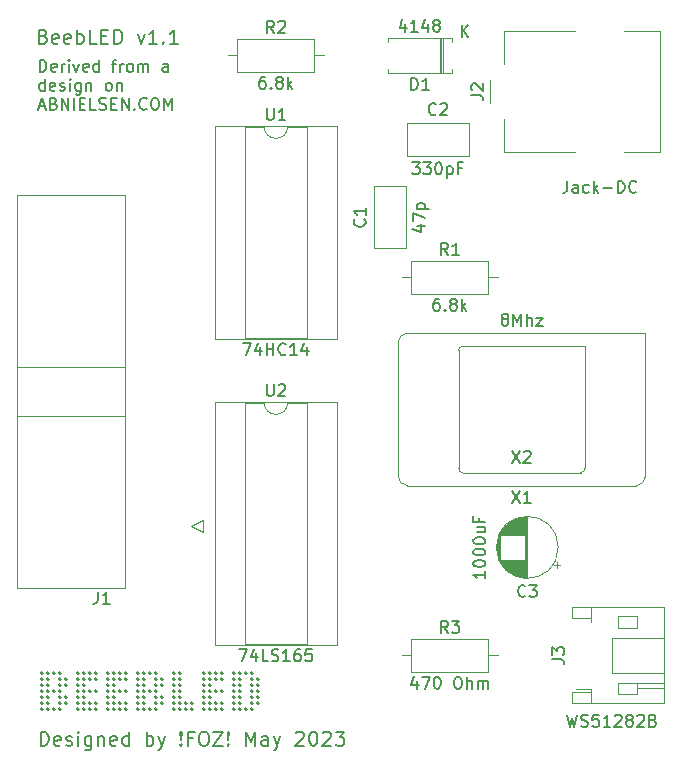
<source format=gbr>
%TF.GenerationSoftware,KiCad,Pcbnew,(6.0.4-0)*%
%TF.CreationDate,2023-05-07T08:38:51+01:00*%
%TF.ProjectId,BeebLED,42656562-4c45-4442-9e6b-696361645f70,rev?*%
%TF.SameCoordinates,Original*%
%TF.FileFunction,Legend,Top*%
%TF.FilePolarity,Positive*%
%FSLAX46Y46*%
G04 Gerber Fmt 4.6, Leading zero omitted, Abs format (unit mm)*
G04 Created by KiCad (PCBNEW (6.0.4-0)) date 2023-05-07 08:38:51*
%MOMM*%
%LPD*%
G01*
G04 APERTURE LIST*
%ADD10C,0.200001*%
%ADD11C,0.200000*%
%ADD12C,0.150000*%
%ADD13C,0.120000*%
%ADD14C,0.100000*%
G04 APERTURE END LIST*
D10*
X101700000Y-96520000D02*
G75*
G03*
X101700000Y-96520000I-100000J0D01*
G01*
X101700000Y-96012000D02*
G75*
G03*
X101700000Y-96012000I-100000J0D01*
G01*
X101192000Y-96012000D02*
G75*
G03*
X101192000Y-96012000I-100000J0D01*
G01*
X101700000Y-95504000D02*
G75*
G03*
X101700000Y-95504000I-100000J0D01*
G01*
X101192000Y-95504000D02*
G75*
G03*
X101192000Y-95504000I-100000J0D01*
G01*
X101700000Y-94996000D02*
G75*
G03*
X101700000Y-94996000I-100000J0D01*
G01*
X101192000Y-94996000D02*
G75*
G03*
X101192000Y-94996000I-100000J0D01*
G01*
X101700000Y-94488000D02*
G75*
G03*
X101700000Y-94488000I-100000J0D01*
G01*
X99667999Y-96012000D02*
G75*
G03*
X99667999Y-96012000I-100000J0D01*
G01*
X100176000Y-97028000D02*
G75*
G03*
X100176000Y-97028000I-100000J0D01*
G01*
X99668000Y-94488000D02*
G75*
G03*
X99668000Y-94488000I-100000J0D01*
G01*
X99668000Y-94996000D02*
G75*
G03*
X99668000Y-94996000I-100000J0D01*
G01*
X100684000Y-93980000D02*
G75*
G03*
X100684000Y-93980000I-100000J0D01*
G01*
X101192000Y-93980000D02*
G75*
G03*
X101192000Y-93980000I-100000J0D01*
G01*
X99667999Y-97028000D02*
G75*
G03*
X99667999Y-97028000I-100000J0D01*
G01*
X100176000Y-94488000D02*
G75*
G03*
X100176000Y-94488000I-100000J0D01*
G01*
X101192000Y-97028000D02*
G75*
G03*
X101192000Y-97028000I-100000J0D01*
G01*
X100176000Y-96012000D02*
G75*
G03*
X100176000Y-96012000I-100000J0D01*
G01*
X100176000Y-95504000D02*
G75*
G03*
X100176000Y-95504000I-100000J0D01*
G01*
X99667999Y-96520000D02*
G75*
G03*
X99667999Y-96520000I-100000J0D01*
G01*
X101192000Y-96520000D02*
G75*
G03*
X101192000Y-96520000I-100000J0D01*
G01*
X99668000Y-95504000D02*
G75*
G03*
X99668000Y-95504000I-100000J0D01*
G01*
X99668000Y-93980000D02*
G75*
G03*
X99668000Y-93980000I-100000J0D01*
G01*
X100176000Y-93980000D02*
G75*
G03*
X100176000Y-93980000I-100000J0D01*
G01*
X100176000Y-96520000D02*
G75*
G03*
X100176000Y-96520000I-100000J0D01*
G01*
X100684000Y-97028000D02*
G75*
G03*
X100684000Y-97028000I-100000J0D01*
G01*
X101192000Y-94488000D02*
G75*
G03*
X101192000Y-94488000I-100000J0D01*
G01*
X100176000Y-94996000D02*
G75*
G03*
X100176000Y-94996000I-100000J0D01*
G01*
X97127999Y-96012000D02*
G75*
G03*
X97127999Y-96012000I-100000J0D01*
G01*
X97636000Y-97028000D02*
G75*
G03*
X97636000Y-97028000I-100000J0D01*
G01*
X97128000Y-94488000D02*
G75*
G03*
X97128000Y-94488000I-100000J0D01*
G01*
X97128000Y-94996000D02*
G75*
G03*
X97128000Y-94996000I-100000J0D01*
G01*
X98144000Y-93980000D02*
G75*
G03*
X98144000Y-93980000I-100000J0D01*
G01*
X98652000Y-93980000D02*
G75*
G03*
X98652000Y-93980000I-100000J0D01*
G01*
X97127999Y-97028000D02*
G75*
G03*
X97127999Y-97028000I-100000J0D01*
G01*
X97636000Y-94488000D02*
G75*
G03*
X97636000Y-94488000I-100000J0D01*
G01*
X98144000Y-94488000D02*
G75*
G03*
X98144000Y-94488000I-100000J0D01*
G01*
X98144000Y-96520000D02*
G75*
G03*
X98144000Y-96520000I-100000J0D01*
G01*
X98652000Y-97028000D02*
G75*
G03*
X98652000Y-97028000I-100000J0D01*
G01*
X98652000Y-95504000D02*
G75*
G03*
X98652000Y-95504000I-100000J0D01*
G01*
X97636000Y-96012000D02*
G75*
G03*
X97636000Y-96012000I-100000J0D01*
G01*
X97636000Y-95504000D02*
G75*
G03*
X97636000Y-95504000I-100000J0D01*
G01*
X97127999Y-96520000D02*
G75*
G03*
X97127999Y-96520000I-100000J0D01*
G01*
X98652000Y-96520000D02*
G75*
G03*
X98652000Y-96520000I-100000J0D01*
G01*
X97128000Y-95504000D02*
G75*
G03*
X97128000Y-95504000I-100000J0D01*
G01*
X97128000Y-93980000D02*
G75*
G03*
X97128000Y-93980000I-100000J0D01*
G01*
X97636000Y-93980000D02*
G75*
G03*
X97636000Y-93980000I-100000J0D01*
G01*
X97636000Y-96520000D02*
G75*
G03*
X97636000Y-96520000I-100000J0D01*
G01*
X98144000Y-95504000D02*
G75*
G03*
X98144000Y-95504000I-100000J0D01*
G01*
X98144000Y-97028000D02*
G75*
G03*
X98144000Y-97028000I-100000J0D01*
G01*
X98652000Y-94488000D02*
G75*
G03*
X98652000Y-94488000I-100000J0D01*
G01*
X97636000Y-94996000D02*
G75*
G03*
X97636000Y-94996000I-100000J0D01*
G01*
X94587999Y-96012000D02*
G75*
G03*
X94587999Y-96012000I-100000J0D01*
G01*
X95096000Y-97028000D02*
G75*
G03*
X95096000Y-97028000I-100000J0D01*
G01*
X94588000Y-94488000D02*
G75*
G03*
X94588000Y-94488000I-100000J0D01*
G01*
X94588000Y-94996000D02*
G75*
G03*
X94588000Y-94996000I-100000J0D01*
G01*
X94587999Y-97028000D02*
G75*
G03*
X94587999Y-97028000I-100000J0D01*
G01*
X95096000Y-94488000D02*
G75*
G03*
X95096000Y-94488000I-100000J0D01*
G01*
X95604000Y-96520000D02*
G75*
G03*
X95604000Y-96520000I-100000J0D01*
G01*
X96112000Y-97028000D02*
G75*
G03*
X96112000Y-97028000I-100000J0D01*
G01*
X95096000Y-96012000D02*
G75*
G03*
X95096000Y-96012000I-100000J0D01*
G01*
X95096000Y-95504000D02*
G75*
G03*
X95096000Y-95504000I-100000J0D01*
G01*
X94587999Y-96520000D02*
G75*
G03*
X94587999Y-96520000I-100000J0D01*
G01*
X96112000Y-96520000D02*
G75*
G03*
X96112000Y-96520000I-100000J0D01*
G01*
X94588000Y-95504000D02*
G75*
G03*
X94588000Y-95504000I-100000J0D01*
G01*
X94588000Y-93980000D02*
G75*
G03*
X94588000Y-93980000I-100000J0D01*
G01*
X95096000Y-93980000D02*
G75*
G03*
X95096000Y-93980000I-100000J0D01*
G01*
X95096000Y-96520000D02*
G75*
G03*
X95096000Y-96520000I-100000J0D01*
G01*
X95604000Y-97028000D02*
G75*
G03*
X95604000Y-97028000I-100000J0D01*
G01*
X95096000Y-94996000D02*
G75*
G03*
X95096000Y-94996000I-100000J0D01*
G01*
X88999999Y-96012000D02*
G75*
G03*
X88999999Y-96012000I-100000J0D01*
G01*
X89508000Y-97028000D02*
G75*
G03*
X89508000Y-97028000I-100000J0D01*
G01*
X89000000Y-94488000D02*
G75*
G03*
X89000000Y-94488000I-100000J0D01*
G01*
X89000000Y-94996000D02*
G75*
G03*
X89000000Y-94996000I-100000J0D01*
G01*
X90016000Y-93980000D02*
G75*
G03*
X90016000Y-93980000I-100000J0D01*
G01*
X90524000Y-93980000D02*
G75*
G03*
X90524000Y-93980000I-100000J0D01*
G01*
X88999999Y-97028000D02*
G75*
G03*
X88999999Y-97028000I-100000J0D01*
G01*
X89508000Y-94488000D02*
G75*
G03*
X89508000Y-94488000I-100000J0D01*
G01*
X90016000Y-94488000D02*
G75*
G03*
X90016000Y-94488000I-100000J0D01*
G01*
X90016000Y-96520000D02*
G75*
G03*
X90016000Y-96520000I-100000J0D01*
G01*
X90524000Y-97028000D02*
G75*
G03*
X90524000Y-97028000I-100000J0D01*
G01*
X90524000Y-95504000D02*
G75*
G03*
X90524000Y-95504000I-100000J0D01*
G01*
X89508000Y-96012000D02*
G75*
G03*
X89508000Y-96012000I-100000J0D01*
G01*
X89508000Y-95504000D02*
G75*
G03*
X89508000Y-95504000I-100000J0D01*
G01*
X88999999Y-96520000D02*
G75*
G03*
X88999999Y-96520000I-100000J0D01*
G01*
X90524000Y-96520000D02*
G75*
G03*
X90524000Y-96520000I-100000J0D01*
G01*
X89000000Y-95504000D02*
G75*
G03*
X89000000Y-95504000I-100000J0D01*
G01*
X89000000Y-93980000D02*
G75*
G03*
X89000000Y-93980000I-100000J0D01*
G01*
X89508000Y-93980000D02*
G75*
G03*
X89508000Y-93980000I-100000J0D01*
G01*
X89508000Y-96520000D02*
G75*
G03*
X89508000Y-96520000I-100000J0D01*
G01*
X90016000Y-95504000D02*
G75*
G03*
X90016000Y-95504000I-100000J0D01*
G01*
X90016000Y-97028000D02*
G75*
G03*
X90016000Y-97028000I-100000J0D01*
G01*
X90524000Y-94488000D02*
G75*
G03*
X90524000Y-94488000I-100000J0D01*
G01*
X89508000Y-94996000D02*
G75*
G03*
X89508000Y-94996000I-100000J0D01*
G01*
X92556000Y-97028000D02*
G75*
G03*
X92556000Y-97028000I-100000J0D01*
G01*
X93063999Y-97028000D02*
G75*
G03*
X93063999Y-97028000I-100000J0D01*
G01*
X93572000Y-96520000D02*
G75*
G03*
X93572000Y-96520000I-100000J0D01*
G01*
X93063999Y-96520000D02*
G75*
G03*
X93063999Y-96520000I-100000J0D01*
G01*
X93572000Y-96012000D02*
G75*
G03*
X93572000Y-96012000I-100000J0D01*
G01*
X93063999Y-96012000D02*
G75*
G03*
X93063999Y-96012000I-100000J0D01*
G01*
X92556000Y-95504000D02*
G75*
G03*
X92556000Y-95504000I-100000J0D01*
G01*
X93064000Y-95504000D02*
G75*
G03*
X93064000Y-95504000I-100000J0D01*
G01*
X93064000Y-94996000D02*
G75*
G03*
X93064000Y-94996000I-100000J0D01*
G01*
X93572000Y-94996000D02*
G75*
G03*
X93572000Y-94996000I-100000J0D01*
G01*
X93572000Y-94488000D02*
G75*
G03*
X93572000Y-94488000I-100000J0D01*
G01*
X93064000Y-94488000D02*
G75*
G03*
X93064000Y-94488000I-100000J0D01*
G01*
X93064000Y-93980000D02*
G75*
G03*
X93064000Y-93980000I-100000J0D01*
G01*
X92556000Y-93980000D02*
G75*
G03*
X92556000Y-93980000I-100000J0D01*
G01*
X92048000Y-97028000D02*
G75*
G03*
X92048000Y-97028000I-100000J0D01*
G01*
X92048000Y-96520000D02*
G75*
G03*
X92048000Y-96520000I-100000J0D01*
G01*
X92048000Y-96012000D02*
G75*
G03*
X92048000Y-96012000I-100000J0D01*
G01*
X92048001Y-95504000D02*
G75*
G03*
X92048001Y-95504000I-100000J0D01*
G01*
X92048000Y-94996000D02*
G75*
G03*
X92048000Y-94996000I-100000J0D01*
G01*
X92048000Y-94488000D02*
G75*
G03*
X92048000Y-94488000I-100000J0D01*
G01*
X91540001Y-94488000D02*
G75*
G03*
X91540001Y-94488000I-100000J0D01*
G01*
X92048000Y-93980000D02*
G75*
G03*
X92048000Y-93980000I-100000J0D01*
G01*
X91540000Y-97028000D02*
G75*
G03*
X91540000Y-97028000I-100000J0D01*
G01*
X91540000Y-96520000D02*
G75*
G03*
X91540000Y-96520000I-100000J0D01*
G01*
X91540000Y-96012000D02*
G75*
G03*
X91540000Y-96012000I-100000J0D01*
G01*
X91540000Y-95504000D02*
G75*
G03*
X91540000Y-95504000I-100000J0D01*
G01*
X91540000Y-94996000D02*
G75*
G03*
X91540000Y-94996000I-100000J0D01*
G01*
X91540000Y-94488000D02*
G75*
G03*
X91540000Y-94488000I-100000J0D01*
G01*
X91540000Y-93980000D02*
G75*
G03*
X91540000Y-93980000I-100000J0D01*
G01*
X87984000Y-97028000D02*
G75*
G03*
X87984000Y-97028000I-100000J0D01*
G01*
X87984000Y-96520000D02*
G75*
G03*
X87984000Y-96520000I-100000J0D01*
G01*
X87476000Y-97028000D02*
G75*
G03*
X87476000Y-97028000I-100000J0D01*
G01*
X87476000Y-96520000D02*
G75*
G03*
X87476000Y-96520000I-100000J0D01*
G01*
X87984000Y-95504000D02*
G75*
G03*
X87984000Y-95504000I-100000J0D01*
G01*
X87984000Y-94488000D02*
G75*
G03*
X87984000Y-94488000I-100000J0D01*
G01*
X87476000Y-95504000D02*
G75*
G03*
X87476000Y-95504000I-100000J0D01*
G01*
X87476000Y-94488000D02*
G75*
G03*
X87476000Y-94488000I-100000J0D01*
G01*
X87984000Y-93980000D02*
G75*
G03*
X87984000Y-93980000I-100000J0D01*
G01*
X87476000Y-93980000D02*
G75*
G03*
X87476000Y-93980000I-100000J0D01*
G01*
X86968000Y-97028000D02*
G75*
G03*
X86968000Y-97028000I-100000J0D01*
G01*
X86968000Y-96520000D02*
G75*
G03*
X86968000Y-96520000I-100000J0D01*
G01*
X86968000Y-96012000D02*
G75*
G03*
X86968000Y-96012000I-100000J0D01*
G01*
X86968000Y-95504000D02*
G75*
G03*
X86968000Y-95504000I-100000J0D01*
G01*
X86968000Y-94996000D02*
G75*
G03*
X86968000Y-94996000I-100000J0D01*
G01*
X86968000Y-94488000D02*
G75*
G03*
X86968000Y-94488000I-100000J0D01*
G01*
X86968000Y-93980000D02*
G75*
G03*
X86968000Y-93980000I-100000J0D01*
G01*
X86459999Y-97028000D02*
G75*
G03*
X86459999Y-97028000I-100000J0D01*
G01*
X86459999Y-96520000D02*
G75*
G03*
X86459999Y-96520000I-100000J0D01*
G01*
X86459999Y-96012000D02*
G75*
G03*
X86459999Y-96012000I-100000J0D01*
G01*
X86460000Y-95504000D02*
G75*
G03*
X86460000Y-95504000I-100000J0D01*
G01*
X86460000Y-94488000D02*
G75*
G03*
X86460000Y-94488000I-100000J0D01*
G01*
X86460000Y-94996000D02*
G75*
G03*
X86460000Y-94996000I-100000J0D01*
G01*
X86460000Y-93980000D02*
G75*
G03*
X86460000Y-93980000I-100000J0D01*
G01*
X85444000Y-96520000D02*
G75*
G03*
X85444000Y-96520000I-100000J0D01*
G01*
X85444000Y-96012000D02*
G75*
G03*
X85444000Y-96012000I-100000J0D01*
G01*
X85443999Y-94996000D02*
G75*
G03*
X85443999Y-94996000I-100000J0D01*
G01*
X85444000Y-94488000D02*
G75*
G03*
X85444000Y-94488000I-100000J0D01*
G01*
X84936000Y-95504000D02*
G75*
G03*
X84936000Y-95504000I-100000J0D01*
G01*
X84936000Y-96520000D02*
G75*
G03*
X84936000Y-96520000I-100000J0D01*
G01*
X84936000Y-97027999D02*
G75*
G03*
X84936000Y-97027999I-100000J0D01*
G01*
X84936000Y-94996001D02*
G75*
G03*
X84936000Y-94996001I-100000J0D01*
G01*
X84936000Y-96012000D02*
G75*
G03*
X84936000Y-96012000I-100000J0D01*
G01*
X84936000Y-94996000D02*
G75*
G03*
X84936000Y-94996000I-100000J0D01*
G01*
X84936000Y-94488000D02*
G75*
G03*
X84936000Y-94488000I-100000J0D01*
G01*
X84936000Y-93980000D02*
G75*
G03*
X84936000Y-93980000I-100000J0D01*
G01*
X84428000Y-95504000D02*
G75*
G03*
X84428000Y-95504000I-100000J0D01*
G01*
X84936000Y-97028000D02*
G75*
G03*
X84936000Y-97028000I-100000J0D01*
G01*
X84428000Y-97028000D02*
G75*
G03*
X84428000Y-97028000I-100000J0D01*
G01*
X83920001Y-97028000D02*
G75*
G03*
X83920001Y-97028000I-100000J0D01*
G01*
X83920000Y-96520000D02*
G75*
G03*
X83920000Y-96520000I-100000J0D01*
G01*
X83920000Y-96012000D02*
G75*
G03*
X83920000Y-96012000I-100000J0D01*
G01*
X83920000Y-95504000D02*
G75*
G03*
X83920000Y-95504000I-100000J0D01*
G01*
X83920000Y-94996000D02*
G75*
G03*
X83920000Y-94996000I-100000J0D01*
G01*
X83920000Y-94488000D02*
G75*
G03*
X83920000Y-94488000I-100000J0D01*
G01*
X84428000Y-93980000D02*
G75*
G03*
X84428000Y-93980000I-100000J0D01*
G01*
X83920000Y-93980000D02*
G75*
G03*
X83920000Y-93980000I-100000J0D01*
G01*
X83412000Y-97028000D02*
G75*
G03*
X83412000Y-97028000I-100000J0D01*
G01*
X83412000Y-96520000D02*
G75*
G03*
X83412000Y-96520000I-100000J0D01*
G01*
X83412000Y-96012000D02*
G75*
G03*
X83412000Y-96012000I-100000J0D01*
G01*
X83412000Y-95504000D02*
G75*
G03*
X83412000Y-95504000I-100000J0D01*
G01*
X83412000Y-94996000D02*
G75*
G03*
X83412000Y-94996000I-100000J0D01*
G01*
X83412001Y-94488000D02*
G75*
G03*
X83412001Y-94488000I-100000J0D01*
G01*
X83412000Y-93980000D02*
G75*
G03*
X83412000Y-93980000I-100000J0D01*
G01*
D11*
X83219714Y-100110857D02*
X83219714Y-98910857D01*
X83505428Y-98910857D01*
X83676857Y-98968000D01*
X83791142Y-99082285D01*
X83848285Y-99196571D01*
X83905428Y-99425142D01*
X83905428Y-99596571D01*
X83848285Y-99825142D01*
X83791142Y-99939428D01*
X83676857Y-100053714D01*
X83505428Y-100110857D01*
X83219714Y-100110857D01*
X84876857Y-100053714D02*
X84762571Y-100110857D01*
X84534000Y-100110857D01*
X84419714Y-100053714D01*
X84362571Y-99939428D01*
X84362571Y-99482285D01*
X84419714Y-99368000D01*
X84534000Y-99310857D01*
X84762571Y-99310857D01*
X84876857Y-99368000D01*
X84934000Y-99482285D01*
X84934000Y-99596571D01*
X84362571Y-99710857D01*
X85391142Y-100053714D02*
X85505428Y-100110857D01*
X85734000Y-100110857D01*
X85848285Y-100053714D01*
X85905428Y-99939428D01*
X85905428Y-99882285D01*
X85848285Y-99768000D01*
X85734000Y-99710857D01*
X85562571Y-99710857D01*
X85448285Y-99653714D01*
X85391142Y-99539428D01*
X85391142Y-99482285D01*
X85448285Y-99368000D01*
X85562571Y-99310857D01*
X85734000Y-99310857D01*
X85848285Y-99368000D01*
X86419714Y-100110857D02*
X86419714Y-99310857D01*
X86419714Y-98910857D02*
X86362571Y-98968000D01*
X86419714Y-99025142D01*
X86476857Y-98968000D01*
X86419714Y-98910857D01*
X86419714Y-99025142D01*
X87505428Y-99310857D02*
X87505428Y-100282285D01*
X87448285Y-100396571D01*
X87391142Y-100453714D01*
X87276857Y-100510857D01*
X87105428Y-100510857D01*
X86991142Y-100453714D01*
X87505428Y-100053714D02*
X87391142Y-100110857D01*
X87162571Y-100110857D01*
X87048285Y-100053714D01*
X86991142Y-99996571D01*
X86934000Y-99882285D01*
X86934000Y-99539428D01*
X86991142Y-99425142D01*
X87048285Y-99368000D01*
X87162571Y-99310857D01*
X87391142Y-99310857D01*
X87505428Y-99368000D01*
X88076857Y-99310857D02*
X88076857Y-100110857D01*
X88076857Y-99425142D02*
X88134000Y-99368000D01*
X88248285Y-99310857D01*
X88419714Y-99310857D01*
X88534000Y-99368000D01*
X88591142Y-99482285D01*
X88591142Y-100110857D01*
X89619714Y-100053714D02*
X89505428Y-100110857D01*
X89276857Y-100110857D01*
X89162571Y-100053714D01*
X89105428Y-99939428D01*
X89105428Y-99482285D01*
X89162571Y-99368000D01*
X89276857Y-99310857D01*
X89505428Y-99310857D01*
X89619714Y-99368000D01*
X89676857Y-99482285D01*
X89676857Y-99596571D01*
X89105428Y-99710857D01*
X90705428Y-100110857D02*
X90705428Y-98910857D01*
X90705428Y-100053714D02*
X90591142Y-100110857D01*
X90362571Y-100110857D01*
X90248285Y-100053714D01*
X90191142Y-99996571D01*
X90134000Y-99882285D01*
X90134000Y-99539428D01*
X90191142Y-99425142D01*
X90248285Y-99368000D01*
X90362571Y-99310857D01*
X90591142Y-99310857D01*
X90705428Y-99368000D01*
X92191142Y-100110857D02*
X92191142Y-98910857D01*
X92191142Y-99368000D02*
X92305428Y-99310857D01*
X92534000Y-99310857D01*
X92648285Y-99368000D01*
X92705428Y-99425142D01*
X92762571Y-99539428D01*
X92762571Y-99882285D01*
X92705428Y-99996571D01*
X92648285Y-100053714D01*
X92534000Y-100110857D01*
X92305428Y-100110857D01*
X92191142Y-100053714D01*
X93162571Y-99310857D02*
X93448285Y-100110857D01*
X93734000Y-99310857D02*
X93448285Y-100110857D01*
X93334000Y-100396571D01*
X93276857Y-100453714D01*
X93162571Y-100510857D01*
X95105428Y-99996571D02*
X95162571Y-100053714D01*
X95105428Y-100110857D01*
X95048285Y-100053714D01*
X95105428Y-99996571D01*
X95105428Y-100110857D01*
X95105428Y-99653714D02*
X95048285Y-98968000D01*
X95105428Y-98910857D01*
X95162571Y-98968000D01*
X95105428Y-99653714D01*
X95105428Y-98910857D01*
X96076857Y-99482285D02*
X95676857Y-99482285D01*
X95676857Y-100110857D02*
X95676857Y-98910857D01*
X96248285Y-98910857D01*
X96934000Y-98910857D02*
X97162571Y-98910857D01*
X97276857Y-98968000D01*
X97391142Y-99082285D01*
X97448285Y-99310857D01*
X97448285Y-99710857D01*
X97391142Y-99939428D01*
X97276857Y-100053714D01*
X97162571Y-100110857D01*
X96934000Y-100110857D01*
X96819714Y-100053714D01*
X96705428Y-99939428D01*
X96648285Y-99710857D01*
X96648285Y-99310857D01*
X96705428Y-99082285D01*
X96819714Y-98968000D01*
X96934000Y-98910857D01*
X97848285Y-98910857D02*
X98648285Y-98910857D01*
X97848285Y-100110857D01*
X98648285Y-100110857D01*
X99105428Y-99996571D02*
X99162571Y-100053714D01*
X99105428Y-100110857D01*
X99048285Y-100053714D01*
X99105428Y-99996571D01*
X99105428Y-100110857D01*
X99105428Y-99653714D02*
X99048285Y-98968000D01*
X99105428Y-98910857D01*
X99162571Y-98968000D01*
X99105428Y-99653714D01*
X99105428Y-98910857D01*
X100591142Y-100110857D02*
X100591142Y-98910857D01*
X100991142Y-99768000D01*
X101391142Y-98910857D01*
X101391142Y-100110857D01*
X102476857Y-100110857D02*
X102476857Y-99482285D01*
X102419714Y-99368000D01*
X102305428Y-99310857D01*
X102076857Y-99310857D01*
X101962571Y-99368000D01*
X102476857Y-100053714D02*
X102362571Y-100110857D01*
X102076857Y-100110857D01*
X101962571Y-100053714D01*
X101905428Y-99939428D01*
X101905428Y-99825142D01*
X101962571Y-99710857D01*
X102076857Y-99653714D01*
X102362571Y-99653714D01*
X102476857Y-99596571D01*
X102934000Y-99310857D02*
X103219714Y-100110857D01*
X103505428Y-99310857D02*
X103219714Y-100110857D01*
X103105428Y-100396571D01*
X103048285Y-100453714D01*
X102934000Y-100510857D01*
X104819714Y-99025142D02*
X104876857Y-98968000D01*
X104991142Y-98910857D01*
X105276857Y-98910857D01*
X105391142Y-98968000D01*
X105448285Y-99025142D01*
X105505428Y-99139428D01*
X105505428Y-99253714D01*
X105448285Y-99425142D01*
X104762571Y-100110857D01*
X105505428Y-100110857D01*
X106248285Y-98910857D02*
X106362571Y-98910857D01*
X106476857Y-98968000D01*
X106534000Y-99025142D01*
X106591142Y-99139428D01*
X106648285Y-99368000D01*
X106648285Y-99653714D01*
X106591142Y-99882285D01*
X106534000Y-99996571D01*
X106476857Y-100053714D01*
X106362571Y-100110857D01*
X106248285Y-100110857D01*
X106134000Y-100053714D01*
X106076857Y-99996571D01*
X106019714Y-99882285D01*
X105962571Y-99653714D01*
X105962571Y-99368000D01*
X106019714Y-99139428D01*
X106076857Y-99025142D01*
X106134000Y-98968000D01*
X106248285Y-98910857D01*
X107105428Y-99025142D02*
X107162571Y-98968000D01*
X107276857Y-98910857D01*
X107562571Y-98910857D01*
X107676857Y-98968000D01*
X107734000Y-99025142D01*
X107791142Y-99139428D01*
X107791142Y-99253714D01*
X107734000Y-99425142D01*
X107048285Y-100110857D01*
X107791142Y-100110857D01*
X108191142Y-98910857D02*
X108933999Y-98910857D01*
X108533999Y-99368000D01*
X108705428Y-99368000D01*
X108819714Y-99425142D01*
X108876857Y-99482285D01*
X108933999Y-99596571D01*
X108933999Y-99882285D01*
X108876857Y-99996571D01*
X108819714Y-100053714D01*
X108705428Y-100110857D01*
X108362571Y-100110857D01*
X108248285Y-100053714D01*
X108191142Y-99996571D01*
X83442857Y-40046285D02*
X83614285Y-40103428D01*
X83671428Y-40160571D01*
X83728571Y-40274857D01*
X83728571Y-40446285D01*
X83671428Y-40560571D01*
X83614285Y-40617714D01*
X83500000Y-40674857D01*
X83042857Y-40674857D01*
X83042857Y-39474857D01*
X83442857Y-39474857D01*
X83557142Y-39532000D01*
X83614285Y-39589142D01*
X83671428Y-39703428D01*
X83671428Y-39817714D01*
X83614285Y-39932000D01*
X83557142Y-39989142D01*
X83442857Y-40046285D01*
X83042857Y-40046285D01*
X84700000Y-40617714D02*
X84585714Y-40674857D01*
X84357142Y-40674857D01*
X84242857Y-40617714D01*
X84185714Y-40503428D01*
X84185714Y-40046285D01*
X84242857Y-39932000D01*
X84357142Y-39874857D01*
X84585714Y-39874857D01*
X84700000Y-39932000D01*
X84757142Y-40046285D01*
X84757142Y-40160571D01*
X84185714Y-40274857D01*
X85728571Y-40617714D02*
X85614285Y-40674857D01*
X85385714Y-40674857D01*
X85271428Y-40617714D01*
X85214285Y-40503428D01*
X85214285Y-40046285D01*
X85271428Y-39932000D01*
X85385714Y-39874857D01*
X85614285Y-39874857D01*
X85728571Y-39932000D01*
X85785714Y-40046285D01*
X85785714Y-40160571D01*
X85214285Y-40274857D01*
X86300000Y-40674857D02*
X86300000Y-39474857D01*
X86300000Y-39932000D02*
X86414285Y-39874857D01*
X86642857Y-39874857D01*
X86757142Y-39932000D01*
X86814285Y-39989142D01*
X86871428Y-40103428D01*
X86871428Y-40446285D01*
X86814285Y-40560571D01*
X86757142Y-40617714D01*
X86642857Y-40674857D01*
X86414285Y-40674857D01*
X86300000Y-40617714D01*
X87957142Y-40674857D02*
X87385714Y-40674857D01*
X87385714Y-39474857D01*
X88357142Y-40046285D02*
X88757142Y-40046285D01*
X88928571Y-40674857D02*
X88357142Y-40674857D01*
X88357142Y-39474857D01*
X88928571Y-39474857D01*
X89442857Y-40674857D02*
X89442857Y-39474857D01*
X89728571Y-39474857D01*
X89900000Y-39532000D01*
X90014285Y-39646285D01*
X90071428Y-39760571D01*
X90128571Y-39989142D01*
X90128571Y-40160571D01*
X90071428Y-40389142D01*
X90014285Y-40503428D01*
X89900000Y-40617714D01*
X89728571Y-40674857D01*
X89442857Y-40674857D01*
X91442857Y-39874857D02*
X91728571Y-40674857D01*
X92014285Y-39874857D01*
X93100000Y-40674857D02*
X92414285Y-40674857D01*
X92757142Y-40674857D02*
X92757142Y-39474857D01*
X92642857Y-39646285D01*
X92528571Y-39760571D01*
X92414285Y-39817714D01*
X93614285Y-40560571D02*
X93671428Y-40617714D01*
X93614285Y-40674857D01*
X93557142Y-40617714D01*
X93614285Y-40560571D01*
X93614285Y-40674857D01*
X94814285Y-40674857D02*
X94128571Y-40674857D01*
X94471428Y-40674857D02*
X94471428Y-39474857D01*
X94357142Y-39646285D01*
X94242857Y-39760571D01*
X94128571Y-39817714D01*
D12*
X83139595Y-43038380D02*
X83139595Y-42038380D01*
X83377690Y-42038380D01*
X83520547Y-42086000D01*
X83615785Y-42181238D01*
X83663404Y-42276476D01*
X83711023Y-42466952D01*
X83711023Y-42609809D01*
X83663404Y-42800285D01*
X83615785Y-42895523D01*
X83520547Y-42990761D01*
X83377690Y-43038380D01*
X83139595Y-43038380D01*
X84520547Y-42990761D02*
X84425309Y-43038380D01*
X84234833Y-43038380D01*
X84139595Y-42990761D01*
X84091976Y-42895523D01*
X84091976Y-42514571D01*
X84139595Y-42419333D01*
X84234833Y-42371714D01*
X84425309Y-42371714D01*
X84520547Y-42419333D01*
X84568166Y-42514571D01*
X84568166Y-42609809D01*
X84091976Y-42705047D01*
X84996738Y-43038380D02*
X84996738Y-42371714D01*
X84996738Y-42562190D02*
X85044357Y-42466952D01*
X85091976Y-42419333D01*
X85187214Y-42371714D01*
X85282452Y-42371714D01*
X85615785Y-43038380D02*
X85615785Y-42371714D01*
X85615785Y-42038380D02*
X85568166Y-42086000D01*
X85615785Y-42133619D01*
X85663404Y-42086000D01*
X85615785Y-42038380D01*
X85615785Y-42133619D01*
X85996738Y-42371714D02*
X86234833Y-43038380D01*
X86472928Y-42371714D01*
X87234833Y-42990761D02*
X87139595Y-43038380D01*
X86949119Y-43038380D01*
X86853880Y-42990761D01*
X86806261Y-42895523D01*
X86806261Y-42514571D01*
X86853880Y-42419333D01*
X86949119Y-42371714D01*
X87139595Y-42371714D01*
X87234833Y-42419333D01*
X87282452Y-42514571D01*
X87282452Y-42609809D01*
X86806261Y-42705047D01*
X88139595Y-43038380D02*
X88139595Y-42038380D01*
X88139595Y-42990761D02*
X88044357Y-43038380D01*
X87853880Y-43038380D01*
X87758642Y-42990761D01*
X87711023Y-42943142D01*
X87663404Y-42847904D01*
X87663404Y-42562190D01*
X87711023Y-42466952D01*
X87758642Y-42419333D01*
X87853880Y-42371714D01*
X88044357Y-42371714D01*
X88139595Y-42419333D01*
X89234833Y-42371714D02*
X89615785Y-42371714D01*
X89377690Y-43038380D02*
X89377690Y-42181238D01*
X89425309Y-42086000D01*
X89520547Y-42038380D01*
X89615785Y-42038380D01*
X89949119Y-43038380D02*
X89949119Y-42371714D01*
X89949119Y-42562190D02*
X89996738Y-42466952D01*
X90044357Y-42419333D01*
X90139595Y-42371714D01*
X90234833Y-42371714D01*
X90711023Y-43038380D02*
X90615785Y-42990761D01*
X90568166Y-42943142D01*
X90520547Y-42847904D01*
X90520547Y-42562190D01*
X90568166Y-42466952D01*
X90615785Y-42419333D01*
X90711023Y-42371714D01*
X90853880Y-42371714D01*
X90949119Y-42419333D01*
X90996738Y-42466952D01*
X91044357Y-42562190D01*
X91044357Y-42847904D01*
X90996738Y-42943142D01*
X90949119Y-42990761D01*
X90853880Y-43038380D01*
X90711023Y-43038380D01*
X91472928Y-43038380D02*
X91472928Y-42371714D01*
X91472928Y-42466952D02*
X91520547Y-42419333D01*
X91615785Y-42371714D01*
X91758642Y-42371714D01*
X91853880Y-42419333D01*
X91901500Y-42514571D01*
X91901500Y-43038380D01*
X91901500Y-42514571D02*
X91949119Y-42419333D01*
X92044357Y-42371714D01*
X92187214Y-42371714D01*
X92282452Y-42419333D01*
X92330071Y-42514571D01*
X92330071Y-43038380D01*
X93996738Y-43038380D02*
X93996738Y-42514571D01*
X93949119Y-42419333D01*
X93853880Y-42371714D01*
X93663404Y-42371714D01*
X93568166Y-42419333D01*
X93996738Y-42990761D02*
X93901500Y-43038380D01*
X93663404Y-43038380D01*
X93568166Y-42990761D01*
X93520547Y-42895523D01*
X93520547Y-42800285D01*
X93568166Y-42705047D01*
X93663404Y-42657428D01*
X93901500Y-42657428D01*
X93996738Y-42609809D01*
X83568166Y-44648380D02*
X83568166Y-43648380D01*
X83568166Y-44600761D02*
X83472928Y-44648380D01*
X83282452Y-44648380D01*
X83187214Y-44600761D01*
X83139595Y-44553142D01*
X83091976Y-44457904D01*
X83091976Y-44172190D01*
X83139595Y-44076952D01*
X83187214Y-44029333D01*
X83282452Y-43981714D01*
X83472928Y-43981714D01*
X83568166Y-44029333D01*
X84425309Y-44600761D02*
X84330071Y-44648380D01*
X84139595Y-44648380D01*
X84044357Y-44600761D01*
X83996738Y-44505523D01*
X83996738Y-44124571D01*
X84044357Y-44029333D01*
X84139595Y-43981714D01*
X84330071Y-43981714D01*
X84425309Y-44029333D01*
X84472928Y-44124571D01*
X84472928Y-44219809D01*
X83996738Y-44315047D01*
X84853880Y-44600761D02*
X84949119Y-44648380D01*
X85139595Y-44648380D01*
X85234833Y-44600761D01*
X85282452Y-44505523D01*
X85282452Y-44457904D01*
X85234833Y-44362666D01*
X85139595Y-44315047D01*
X84996738Y-44315047D01*
X84901500Y-44267428D01*
X84853880Y-44172190D01*
X84853880Y-44124571D01*
X84901500Y-44029333D01*
X84996738Y-43981714D01*
X85139595Y-43981714D01*
X85234833Y-44029333D01*
X85711023Y-44648380D02*
X85711023Y-43981714D01*
X85711023Y-43648380D02*
X85663404Y-43696000D01*
X85711023Y-43743619D01*
X85758642Y-43696000D01*
X85711023Y-43648380D01*
X85711023Y-43743619D01*
X86615785Y-43981714D02*
X86615785Y-44791238D01*
X86568166Y-44886476D01*
X86520547Y-44934095D01*
X86425309Y-44981714D01*
X86282452Y-44981714D01*
X86187214Y-44934095D01*
X86615785Y-44600761D02*
X86520547Y-44648380D01*
X86330071Y-44648380D01*
X86234833Y-44600761D01*
X86187214Y-44553142D01*
X86139595Y-44457904D01*
X86139595Y-44172190D01*
X86187214Y-44076952D01*
X86234833Y-44029333D01*
X86330071Y-43981714D01*
X86520547Y-43981714D01*
X86615785Y-44029333D01*
X87091976Y-43981714D02*
X87091976Y-44648380D01*
X87091976Y-44076952D02*
X87139595Y-44029333D01*
X87234833Y-43981714D01*
X87377690Y-43981714D01*
X87472928Y-44029333D01*
X87520547Y-44124571D01*
X87520547Y-44648380D01*
X88901500Y-44648380D02*
X88806261Y-44600761D01*
X88758642Y-44553142D01*
X88711023Y-44457904D01*
X88711023Y-44172190D01*
X88758642Y-44076952D01*
X88806261Y-44029333D01*
X88901500Y-43981714D01*
X89044357Y-43981714D01*
X89139595Y-44029333D01*
X89187214Y-44076952D01*
X89234833Y-44172190D01*
X89234833Y-44457904D01*
X89187214Y-44553142D01*
X89139595Y-44600761D01*
X89044357Y-44648380D01*
X88901500Y-44648380D01*
X89663404Y-43981714D02*
X89663404Y-44648380D01*
X89663404Y-44076952D02*
X89711023Y-44029333D01*
X89806261Y-43981714D01*
X89949119Y-43981714D01*
X90044357Y-44029333D01*
X90091976Y-44124571D01*
X90091976Y-44648380D01*
X83091976Y-45972666D02*
X83568166Y-45972666D01*
X82996738Y-46258380D02*
X83330071Y-45258380D01*
X83663404Y-46258380D01*
X84330071Y-45734571D02*
X84472928Y-45782190D01*
X84520547Y-45829809D01*
X84568166Y-45925047D01*
X84568166Y-46067904D01*
X84520547Y-46163142D01*
X84472928Y-46210761D01*
X84377690Y-46258380D01*
X83996738Y-46258380D01*
X83996738Y-45258380D01*
X84330071Y-45258380D01*
X84425309Y-45306000D01*
X84472928Y-45353619D01*
X84520547Y-45448857D01*
X84520547Y-45544095D01*
X84472928Y-45639333D01*
X84425309Y-45686952D01*
X84330071Y-45734571D01*
X83996738Y-45734571D01*
X84996738Y-46258380D02*
X84996738Y-45258380D01*
X85568166Y-46258380D01*
X85568166Y-45258380D01*
X86044357Y-46258380D02*
X86044357Y-45258380D01*
X86520547Y-45734571D02*
X86853880Y-45734571D01*
X86996738Y-46258380D02*
X86520547Y-46258380D01*
X86520547Y-45258380D01*
X86996738Y-45258380D01*
X87901500Y-46258380D02*
X87425309Y-46258380D01*
X87425309Y-45258380D01*
X88187214Y-46210761D02*
X88330071Y-46258380D01*
X88568166Y-46258380D01*
X88663404Y-46210761D01*
X88711023Y-46163142D01*
X88758642Y-46067904D01*
X88758642Y-45972666D01*
X88711023Y-45877428D01*
X88663404Y-45829809D01*
X88568166Y-45782190D01*
X88377690Y-45734571D01*
X88282452Y-45686952D01*
X88234833Y-45639333D01*
X88187214Y-45544095D01*
X88187214Y-45448857D01*
X88234833Y-45353619D01*
X88282452Y-45306000D01*
X88377690Y-45258380D01*
X88615785Y-45258380D01*
X88758642Y-45306000D01*
X89187214Y-45734571D02*
X89520547Y-45734571D01*
X89663404Y-46258380D02*
X89187214Y-46258380D01*
X89187214Y-45258380D01*
X89663404Y-45258380D01*
X90091976Y-46258380D02*
X90091976Y-45258380D01*
X90663404Y-46258380D01*
X90663404Y-45258380D01*
X91139595Y-46163142D02*
X91187214Y-46210761D01*
X91139595Y-46258380D01*
X91091976Y-46210761D01*
X91139595Y-46163142D01*
X91139595Y-46258380D01*
X92187214Y-46163142D02*
X92139595Y-46210761D01*
X91996738Y-46258380D01*
X91901500Y-46258380D01*
X91758642Y-46210761D01*
X91663404Y-46115523D01*
X91615785Y-46020285D01*
X91568166Y-45829809D01*
X91568166Y-45686952D01*
X91615785Y-45496476D01*
X91663404Y-45401238D01*
X91758642Y-45306000D01*
X91901500Y-45258380D01*
X91996738Y-45258380D01*
X92139595Y-45306000D01*
X92187214Y-45353619D01*
X92806261Y-45258380D02*
X92996738Y-45258380D01*
X93091976Y-45306000D01*
X93187214Y-45401238D01*
X93234833Y-45591714D01*
X93234833Y-45925047D01*
X93187214Y-46115523D01*
X93091976Y-46210761D01*
X92996738Y-46258380D01*
X92806261Y-46258380D01*
X92711023Y-46210761D01*
X92615785Y-46115523D01*
X92568166Y-45925047D01*
X92568166Y-45591714D01*
X92615785Y-45401238D01*
X92711023Y-45306000D01*
X92806261Y-45258380D01*
X93663404Y-46258380D02*
X93663404Y-45258380D01*
X93996738Y-45972666D01*
X94330071Y-45258380D01*
X94330071Y-46258380D01*
%TO.C,C1*%
X110633142Y-55538666D02*
X110680761Y-55586285D01*
X110728380Y-55729142D01*
X110728380Y-55824380D01*
X110680761Y-55967238D01*
X110585523Y-56062476D01*
X110490285Y-56110095D01*
X110299809Y-56157714D01*
X110156952Y-56157714D01*
X109966476Y-56110095D01*
X109871238Y-56062476D01*
X109776000Y-55967238D01*
X109728380Y-55824380D01*
X109728380Y-55729142D01*
X109776000Y-55586285D01*
X109823619Y-55538666D01*
X110728380Y-54586285D02*
X110728380Y-55157714D01*
X110728380Y-54872000D02*
X109728380Y-54872000D01*
X109871238Y-54967238D01*
X109966476Y-55062476D01*
X110014095Y-55157714D01*
X115061714Y-56110095D02*
X115728380Y-56110095D01*
X114680761Y-56348190D02*
X115395047Y-56586285D01*
X115395047Y-55967238D01*
X114728380Y-55681523D02*
X114728380Y-55014857D01*
X115728380Y-55443428D01*
X115061714Y-54633904D02*
X116061714Y-54633904D01*
X115109333Y-54633904D02*
X115061714Y-54538666D01*
X115061714Y-54348190D01*
X115109333Y-54252952D01*
X115156952Y-54205333D01*
X115252190Y-54157714D01*
X115537904Y-54157714D01*
X115633142Y-54205333D01*
X115680761Y-54252952D01*
X115728380Y-54348190D01*
X115728380Y-54538666D01*
X115680761Y-54633904D01*
%TO.C,R3*%
X117689333Y-90538380D02*
X117356000Y-90062190D01*
X117117904Y-90538380D02*
X117117904Y-89538380D01*
X117498857Y-89538380D01*
X117594095Y-89586000D01*
X117641714Y-89633619D01*
X117689333Y-89728857D01*
X117689333Y-89871714D01*
X117641714Y-89966952D01*
X117594095Y-90014571D01*
X117498857Y-90062190D01*
X117117904Y-90062190D01*
X118022666Y-89538380D02*
X118641714Y-89538380D01*
X118308380Y-89919333D01*
X118451238Y-89919333D01*
X118546476Y-89966952D01*
X118594095Y-90014571D01*
X118641714Y-90109809D01*
X118641714Y-90347904D01*
X118594095Y-90443142D01*
X118546476Y-90490761D01*
X118451238Y-90538380D01*
X118165523Y-90538380D01*
X118070285Y-90490761D01*
X118022666Y-90443142D01*
X115070285Y-94611714D02*
X115070285Y-95278380D01*
X114832190Y-94230761D02*
X114594095Y-94945047D01*
X115213142Y-94945047D01*
X115498857Y-94278380D02*
X116165523Y-94278380D01*
X115736952Y-95278380D01*
X116736952Y-94278380D02*
X116832190Y-94278380D01*
X116927428Y-94326000D01*
X116975047Y-94373619D01*
X117022666Y-94468857D01*
X117070285Y-94659333D01*
X117070285Y-94897428D01*
X117022666Y-95087904D01*
X116975047Y-95183142D01*
X116927428Y-95230761D01*
X116832190Y-95278380D01*
X116736952Y-95278380D01*
X116641714Y-95230761D01*
X116594095Y-95183142D01*
X116546476Y-95087904D01*
X116498857Y-94897428D01*
X116498857Y-94659333D01*
X116546476Y-94468857D01*
X116594095Y-94373619D01*
X116641714Y-94326000D01*
X116736952Y-94278380D01*
X118451238Y-94278380D02*
X118641714Y-94278380D01*
X118736952Y-94326000D01*
X118832190Y-94421238D01*
X118879809Y-94611714D01*
X118879809Y-94945047D01*
X118832190Y-95135523D01*
X118736952Y-95230761D01*
X118641714Y-95278380D01*
X118451238Y-95278380D01*
X118356000Y-95230761D01*
X118260761Y-95135523D01*
X118213142Y-94945047D01*
X118213142Y-94611714D01*
X118260761Y-94421238D01*
X118356000Y-94326000D01*
X118451238Y-94278380D01*
X119308380Y-95278380D02*
X119308380Y-94278380D01*
X119736952Y-95278380D02*
X119736952Y-94754571D01*
X119689333Y-94659333D01*
X119594095Y-94611714D01*
X119451238Y-94611714D01*
X119356000Y-94659333D01*
X119308380Y-94706952D01*
X120213142Y-95278380D02*
X120213142Y-94611714D01*
X120213142Y-94706952D02*
X120260761Y-94659333D01*
X120356000Y-94611714D01*
X120498857Y-94611714D01*
X120594095Y-94659333D01*
X120641714Y-94754571D01*
X120641714Y-95278380D01*
X120641714Y-94754571D02*
X120689333Y-94659333D01*
X120784571Y-94611714D01*
X120927428Y-94611714D01*
X121022666Y-94659333D01*
X121070285Y-94754571D01*
X121070285Y-95278380D01*
%TO.C,U2*%
X102372095Y-69502380D02*
X102372095Y-70311904D01*
X102419714Y-70407142D01*
X102467333Y-70454761D01*
X102562571Y-70502380D01*
X102753047Y-70502380D01*
X102848285Y-70454761D01*
X102895904Y-70407142D01*
X102943523Y-70311904D01*
X102943523Y-69502380D01*
X103372095Y-69597619D02*
X103419714Y-69550000D01*
X103514952Y-69502380D01*
X103753047Y-69502380D01*
X103848285Y-69550000D01*
X103895904Y-69597619D01*
X103943523Y-69692857D01*
X103943523Y-69788095D01*
X103895904Y-69930952D01*
X103324476Y-70502380D01*
X103943523Y-70502380D01*
X100014952Y-91942380D02*
X100681619Y-91942380D01*
X100253047Y-92942380D01*
X101491142Y-92275714D02*
X101491142Y-92942380D01*
X101253047Y-91894761D02*
X101014952Y-92609047D01*
X101634000Y-92609047D01*
X102491142Y-92942380D02*
X102014952Y-92942380D01*
X102014952Y-91942380D01*
X102776857Y-92894761D02*
X102919714Y-92942380D01*
X103157809Y-92942380D01*
X103253047Y-92894761D01*
X103300666Y-92847142D01*
X103348285Y-92751904D01*
X103348285Y-92656666D01*
X103300666Y-92561428D01*
X103253047Y-92513809D01*
X103157809Y-92466190D01*
X102967333Y-92418571D01*
X102872095Y-92370952D01*
X102824476Y-92323333D01*
X102776857Y-92228095D01*
X102776857Y-92132857D01*
X102824476Y-92037619D01*
X102872095Y-91990000D01*
X102967333Y-91942380D01*
X103205428Y-91942380D01*
X103348285Y-91990000D01*
X104300666Y-92942380D02*
X103729238Y-92942380D01*
X104014952Y-92942380D02*
X104014952Y-91942380D01*
X103919714Y-92085238D01*
X103824476Y-92180476D01*
X103729238Y-92228095D01*
X105157809Y-91942380D02*
X104967333Y-91942380D01*
X104872095Y-91990000D01*
X104824476Y-92037619D01*
X104729238Y-92180476D01*
X104681619Y-92370952D01*
X104681619Y-92751904D01*
X104729238Y-92847142D01*
X104776857Y-92894761D01*
X104872095Y-92942380D01*
X105062571Y-92942380D01*
X105157809Y-92894761D01*
X105205428Y-92847142D01*
X105253047Y-92751904D01*
X105253047Y-92513809D01*
X105205428Y-92418571D01*
X105157809Y-92370952D01*
X105062571Y-92323333D01*
X104872095Y-92323333D01*
X104776857Y-92370952D01*
X104729238Y-92418571D01*
X104681619Y-92513809D01*
X106157809Y-91942380D02*
X105681619Y-91942380D01*
X105634000Y-92418571D01*
X105681619Y-92370952D01*
X105776857Y-92323333D01*
X106014952Y-92323333D01*
X106110190Y-92370952D01*
X106157809Y-92418571D01*
X106205428Y-92513809D01*
X106205428Y-92751904D01*
X106157809Y-92847142D01*
X106110190Y-92894761D01*
X106014952Y-92942380D01*
X105776857Y-92942380D01*
X105681619Y-92894761D01*
X105634000Y-92847142D01*
%TO.C,J2*%
X119676380Y-45037333D02*
X120390666Y-45037333D01*
X120533523Y-45084952D01*
X120628761Y-45180190D01*
X120676380Y-45323047D01*
X120676380Y-45418285D01*
X119771619Y-44608761D02*
X119724000Y-44561142D01*
X119676380Y-44465904D01*
X119676380Y-44227809D01*
X119724000Y-44132571D01*
X119771619Y-44084952D01*
X119866857Y-44037333D01*
X119962095Y-44037333D01*
X120104952Y-44084952D01*
X120676380Y-44656380D01*
X120676380Y-44037333D01*
X127794095Y-52284380D02*
X127794095Y-52998666D01*
X127746476Y-53141523D01*
X127651238Y-53236761D01*
X127508380Y-53284380D01*
X127413142Y-53284380D01*
X128698857Y-53284380D02*
X128698857Y-52760571D01*
X128651238Y-52665333D01*
X128556000Y-52617714D01*
X128365523Y-52617714D01*
X128270285Y-52665333D01*
X128698857Y-53236761D02*
X128603619Y-53284380D01*
X128365523Y-53284380D01*
X128270285Y-53236761D01*
X128222666Y-53141523D01*
X128222666Y-53046285D01*
X128270285Y-52951047D01*
X128365523Y-52903428D01*
X128603619Y-52903428D01*
X128698857Y-52855809D01*
X129603619Y-53236761D02*
X129508380Y-53284380D01*
X129317904Y-53284380D01*
X129222666Y-53236761D01*
X129175047Y-53189142D01*
X129127428Y-53093904D01*
X129127428Y-52808190D01*
X129175047Y-52712952D01*
X129222666Y-52665333D01*
X129317904Y-52617714D01*
X129508380Y-52617714D01*
X129603619Y-52665333D01*
X130032190Y-53284380D02*
X130032190Y-52284380D01*
X130127428Y-52903428D02*
X130413142Y-53284380D01*
X130413142Y-52617714D02*
X130032190Y-52998666D01*
X130841714Y-52903428D02*
X131603619Y-52903428D01*
X132079809Y-53284380D02*
X132079809Y-52284380D01*
X132317904Y-52284380D01*
X132460761Y-52332000D01*
X132556000Y-52427238D01*
X132603619Y-52522476D01*
X132651238Y-52712952D01*
X132651238Y-52855809D01*
X132603619Y-53046285D01*
X132556000Y-53141523D01*
X132460761Y-53236761D01*
X132317904Y-53284380D01*
X132079809Y-53284380D01*
X133651238Y-53189142D02*
X133603619Y-53236761D01*
X133460761Y-53284380D01*
X133365523Y-53284380D01*
X133222666Y-53236761D01*
X133127428Y-53141523D01*
X133079809Y-53046285D01*
X133032190Y-52855809D01*
X133032190Y-52712952D01*
X133079809Y-52522476D01*
X133127428Y-52427238D01*
X133222666Y-52332000D01*
X133365523Y-52284380D01*
X133460761Y-52284380D01*
X133603619Y-52332000D01*
X133651238Y-52379619D01*
%TO.C,X1*%
X123142476Y-78530380D02*
X123809142Y-79530380D01*
X123809142Y-78530380D02*
X123142476Y-79530380D01*
X124713904Y-79530380D02*
X124142476Y-79530380D01*
X124428190Y-79530380D02*
X124428190Y-78530380D01*
X124332952Y-78673238D01*
X124237714Y-78768476D01*
X124142476Y-78816095D01*
X122428190Y-63958952D02*
X122332952Y-63911333D01*
X122285333Y-63863714D01*
X122237714Y-63768476D01*
X122237714Y-63720857D01*
X122285333Y-63625619D01*
X122332952Y-63578000D01*
X122428190Y-63530380D01*
X122618666Y-63530380D01*
X122713904Y-63578000D01*
X122761523Y-63625619D01*
X122809142Y-63720857D01*
X122809142Y-63768476D01*
X122761523Y-63863714D01*
X122713904Y-63911333D01*
X122618666Y-63958952D01*
X122428190Y-63958952D01*
X122332952Y-64006571D01*
X122285333Y-64054190D01*
X122237714Y-64149428D01*
X122237714Y-64339904D01*
X122285333Y-64435142D01*
X122332952Y-64482761D01*
X122428190Y-64530380D01*
X122618666Y-64530380D01*
X122713904Y-64482761D01*
X122761523Y-64435142D01*
X122809142Y-64339904D01*
X122809142Y-64149428D01*
X122761523Y-64054190D01*
X122713904Y-64006571D01*
X122618666Y-63958952D01*
X123237714Y-64530380D02*
X123237714Y-63530380D01*
X123571047Y-64244666D01*
X123904380Y-63530380D01*
X123904380Y-64530380D01*
X124380571Y-64530380D02*
X124380571Y-63530380D01*
X124809142Y-64530380D02*
X124809142Y-64006571D01*
X124761523Y-63911333D01*
X124666285Y-63863714D01*
X124523428Y-63863714D01*
X124428190Y-63911333D01*
X124380571Y-63958952D01*
X125190095Y-63863714D02*
X125713904Y-63863714D01*
X125190095Y-64530380D01*
X125713904Y-64530380D01*
%TO.C,D1*%
X114577904Y-44578380D02*
X114577904Y-43578380D01*
X114816000Y-43578380D01*
X114958857Y-43626000D01*
X115054095Y-43721238D01*
X115101714Y-43816476D01*
X115149333Y-44006952D01*
X115149333Y-44149809D01*
X115101714Y-44340285D01*
X115054095Y-44435523D01*
X114958857Y-44530761D01*
X114816000Y-44578380D01*
X114577904Y-44578380D01*
X116101714Y-44578380D02*
X115530285Y-44578380D01*
X115816000Y-44578380D02*
X115816000Y-43578380D01*
X115720761Y-43721238D01*
X115625523Y-43816476D01*
X115530285Y-43864095D01*
X114077904Y-38971714D02*
X114077904Y-39638380D01*
X113839809Y-38590761D02*
X113601714Y-39305047D01*
X114220761Y-39305047D01*
X115125523Y-39638380D02*
X114554095Y-39638380D01*
X114839809Y-39638380D02*
X114839809Y-38638380D01*
X114744571Y-38781238D01*
X114649333Y-38876476D01*
X114554095Y-38924095D01*
X115982666Y-38971714D02*
X115982666Y-39638380D01*
X115744571Y-38590761D02*
X115506476Y-39305047D01*
X116125523Y-39305047D01*
X116649333Y-39066952D02*
X116554095Y-39019333D01*
X116506476Y-38971714D01*
X116458857Y-38876476D01*
X116458857Y-38828857D01*
X116506476Y-38733619D01*
X116554095Y-38686000D01*
X116649333Y-38638380D01*
X116839809Y-38638380D01*
X116935047Y-38686000D01*
X116982666Y-38733619D01*
X117030285Y-38828857D01*
X117030285Y-38876476D01*
X116982666Y-38971714D01*
X116935047Y-39019333D01*
X116839809Y-39066952D01*
X116649333Y-39066952D01*
X116554095Y-39114571D01*
X116506476Y-39162190D01*
X116458857Y-39257428D01*
X116458857Y-39447904D01*
X116506476Y-39543142D01*
X116554095Y-39590761D01*
X116649333Y-39638380D01*
X116839809Y-39638380D01*
X116935047Y-39590761D01*
X116982666Y-39543142D01*
X117030285Y-39447904D01*
X117030285Y-39257428D01*
X116982666Y-39162190D01*
X116935047Y-39114571D01*
X116839809Y-39066952D01*
X118864095Y-40076380D02*
X118864095Y-39076380D01*
X119435523Y-40076380D02*
X119006952Y-39504952D01*
X119435523Y-39076380D02*
X118864095Y-39647809D01*
%TO.C,C3*%
X124248446Y-87419142D02*
X124200827Y-87466761D01*
X124057970Y-87514380D01*
X123962732Y-87514380D01*
X123819874Y-87466761D01*
X123724636Y-87371523D01*
X123677017Y-87276285D01*
X123629398Y-87085809D01*
X123629398Y-86942952D01*
X123677017Y-86752476D01*
X123724636Y-86657238D01*
X123819874Y-86562000D01*
X123962732Y-86514380D01*
X124057970Y-86514380D01*
X124200827Y-86562000D01*
X124248446Y-86609619D01*
X124581779Y-86514380D02*
X125200827Y-86514380D01*
X124867493Y-86895333D01*
X125010351Y-86895333D01*
X125105589Y-86942952D01*
X125153208Y-86990571D01*
X125200827Y-87085809D01*
X125200827Y-87323904D01*
X125153208Y-87419142D01*
X125105589Y-87466761D01*
X125010351Y-87514380D01*
X124724636Y-87514380D01*
X124629398Y-87466761D01*
X124581779Y-87419142D01*
X120848380Y-85335809D02*
X120848380Y-85907238D01*
X120848380Y-85621523D02*
X119848380Y-85621523D01*
X119991238Y-85716761D01*
X120086476Y-85812000D01*
X120134095Y-85907238D01*
X119848380Y-84716761D02*
X119848380Y-84621523D01*
X119896000Y-84526285D01*
X119943619Y-84478666D01*
X120038857Y-84431047D01*
X120229333Y-84383428D01*
X120467428Y-84383428D01*
X120657904Y-84431047D01*
X120753142Y-84478666D01*
X120800761Y-84526285D01*
X120848380Y-84621523D01*
X120848380Y-84716761D01*
X120800761Y-84812000D01*
X120753142Y-84859619D01*
X120657904Y-84907238D01*
X120467428Y-84954857D01*
X120229333Y-84954857D01*
X120038857Y-84907238D01*
X119943619Y-84859619D01*
X119896000Y-84812000D01*
X119848380Y-84716761D01*
X119848380Y-83764380D02*
X119848380Y-83669142D01*
X119896000Y-83573904D01*
X119943619Y-83526285D01*
X120038857Y-83478666D01*
X120229333Y-83431047D01*
X120467428Y-83431047D01*
X120657904Y-83478666D01*
X120753142Y-83526285D01*
X120800761Y-83573904D01*
X120848380Y-83669142D01*
X120848380Y-83764380D01*
X120800761Y-83859619D01*
X120753142Y-83907238D01*
X120657904Y-83954857D01*
X120467428Y-84002476D01*
X120229333Y-84002476D01*
X120038857Y-83954857D01*
X119943619Y-83907238D01*
X119896000Y-83859619D01*
X119848380Y-83764380D01*
X119848380Y-82812000D02*
X119848380Y-82716761D01*
X119896000Y-82621523D01*
X119943619Y-82573904D01*
X120038857Y-82526285D01*
X120229333Y-82478666D01*
X120467428Y-82478666D01*
X120657904Y-82526285D01*
X120753142Y-82573904D01*
X120800761Y-82621523D01*
X120848380Y-82716761D01*
X120848380Y-82812000D01*
X120800761Y-82907238D01*
X120753142Y-82954857D01*
X120657904Y-83002476D01*
X120467428Y-83050095D01*
X120229333Y-83050095D01*
X120038857Y-83002476D01*
X119943619Y-82954857D01*
X119896000Y-82907238D01*
X119848380Y-82812000D01*
X120181714Y-81621523D02*
X120848380Y-81621523D01*
X120181714Y-82050095D02*
X120705523Y-82050095D01*
X120800761Y-82002476D01*
X120848380Y-81907238D01*
X120848380Y-81764380D01*
X120800761Y-81669142D01*
X120753142Y-81621523D01*
X120324571Y-80812000D02*
X120324571Y-81145333D01*
X120848380Y-81145333D02*
X119848380Y-81145333D01*
X119848380Y-80669142D01*
%TO.C,J3*%
X126532380Y-92789333D02*
X127246666Y-92789333D01*
X127389523Y-92836952D01*
X127484761Y-92932190D01*
X127532380Y-93075047D01*
X127532380Y-93170285D01*
X126532380Y-92408380D02*
X126532380Y-91789333D01*
X126913333Y-92122666D01*
X126913333Y-91979809D01*
X126960952Y-91884571D01*
X127008571Y-91836952D01*
X127103809Y-91789333D01*
X127341904Y-91789333D01*
X127437142Y-91836952D01*
X127484761Y-91884571D01*
X127532380Y-91979809D01*
X127532380Y-92265523D01*
X127484761Y-92360761D01*
X127437142Y-92408380D01*
X127786285Y-97496380D02*
X128024380Y-98496380D01*
X128214857Y-97782095D01*
X128405333Y-98496380D01*
X128643428Y-97496380D01*
X128976761Y-98448761D02*
X129119619Y-98496380D01*
X129357714Y-98496380D01*
X129452952Y-98448761D01*
X129500571Y-98401142D01*
X129548190Y-98305904D01*
X129548190Y-98210666D01*
X129500571Y-98115428D01*
X129452952Y-98067809D01*
X129357714Y-98020190D01*
X129167238Y-97972571D01*
X129072000Y-97924952D01*
X129024380Y-97877333D01*
X128976761Y-97782095D01*
X128976761Y-97686857D01*
X129024380Y-97591619D01*
X129072000Y-97544000D01*
X129167238Y-97496380D01*
X129405333Y-97496380D01*
X129548190Y-97544000D01*
X130452952Y-97496380D02*
X129976761Y-97496380D01*
X129929142Y-97972571D01*
X129976761Y-97924952D01*
X130072000Y-97877333D01*
X130310095Y-97877333D01*
X130405333Y-97924952D01*
X130452952Y-97972571D01*
X130500571Y-98067809D01*
X130500571Y-98305904D01*
X130452952Y-98401142D01*
X130405333Y-98448761D01*
X130310095Y-98496380D01*
X130072000Y-98496380D01*
X129976761Y-98448761D01*
X129929142Y-98401142D01*
X131452952Y-98496380D02*
X130881523Y-98496380D01*
X131167238Y-98496380D02*
X131167238Y-97496380D01*
X131072000Y-97639238D01*
X130976761Y-97734476D01*
X130881523Y-97782095D01*
X131833904Y-97591619D02*
X131881523Y-97544000D01*
X131976761Y-97496380D01*
X132214857Y-97496380D01*
X132310095Y-97544000D01*
X132357714Y-97591619D01*
X132405333Y-97686857D01*
X132405333Y-97782095D01*
X132357714Y-97924952D01*
X131786285Y-98496380D01*
X132405333Y-98496380D01*
X132976761Y-97924952D02*
X132881523Y-97877333D01*
X132833904Y-97829714D01*
X132786285Y-97734476D01*
X132786285Y-97686857D01*
X132833904Y-97591619D01*
X132881523Y-97544000D01*
X132976761Y-97496380D01*
X133167238Y-97496380D01*
X133262476Y-97544000D01*
X133310095Y-97591619D01*
X133357714Y-97686857D01*
X133357714Y-97734476D01*
X133310095Y-97829714D01*
X133262476Y-97877333D01*
X133167238Y-97924952D01*
X132976761Y-97924952D01*
X132881523Y-97972571D01*
X132833904Y-98020190D01*
X132786285Y-98115428D01*
X132786285Y-98305904D01*
X132833904Y-98401142D01*
X132881523Y-98448761D01*
X132976761Y-98496380D01*
X133167238Y-98496380D01*
X133262476Y-98448761D01*
X133310095Y-98401142D01*
X133357714Y-98305904D01*
X133357714Y-98115428D01*
X133310095Y-98020190D01*
X133262476Y-97972571D01*
X133167238Y-97924952D01*
X133738666Y-97591619D02*
X133786285Y-97544000D01*
X133881523Y-97496380D01*
X134119619Y-97496380D01*
X134214857Y-97544000D01*
X134262476Y-97591619D01*
X134310095Y-97686857D01*
X134310095Y-97782095D01*
X134262476Y-97924952D01*
X133691047Y-98496380D01*
X134310095Y-98496380D01*
X135072000Y-97972571D02*
X135214857Y-98020190D01*
X135262476Y-98067809D01*
X135310095Y-98163047D01*
X135310095Y-98305904D01*
X135262476Y-98401142D01*
X135214857Y-98448761D01*
X135119619Y-98496380D01*
X134738666Y-98496380D01*
X134738666Y-97496380D01*
X135072000Y-97496380D01*
X135167238Y-97544000D01*
X135214857Y-97591619D01*
X135262476Y-97686857D01*
X135262476Y-97782095D01*
X135214857Y-97877333D01*
X135167238Y-97924952D01*
X135072000Y-97972571D01*
X134738666Y-97972571D01*
%TO.C,J1*%
X88049166Y-87086380D02*
X88049166Y-87800666D01*
X88001547Y-87943523D01*
X87906309Y-88038761D01*
X87763452Y-88086380D01*
X87668214Y-88086380D01*
X89049166Y-88086380D02*
X88477738Y-88086380D01*
X88763452Y-88086380D02*
X88763452Y-87086380D01*
X88668214Y-87229238D01*
X88572976Y-87324476D01*
X88477738Y-87372095D01*
%TO.C,X2*%
X123142476Y-75144380D02*
X123809142Y-76144380D01*
X123809142Y-75144380D02*
X123142476Y-76144380D01*
X124142476Y-75239619D02*
X124190095Y-75192000D01*
X124285333Y-75144380D01*
X124523428Y-75144380D01*
X124618666Y-75192000D01*
X124666285Y-75239619D01*
X124713904Y-75334857D01*
X124713904Y-75430095D01*
X124666285Y-75572952D01*
X124094857Y-76144380D01*
X124713904Y-76144380D01*
%TO.C,U1*%
X102372095Y-46134380D02*
X102372095Y-46943904D01*
X102419714Y-47039142D01*
X102467333Y-47086761D01*
X102562571Y-47134380D01*
X102753047Y-47134380D01*
X102848285Y-47086761D01*
X102895904Y-47039142D01*
X102943523Y-46943904D01*
X102943523Y-46134380D01*
X103943523Y-47134380D02*
X103372095Y-47134380D01*
X103657809Y-47134380D02*
X103657809Y-46134380D01*
X103562571Y-46277238D01*
X103467333Y-46372476D01*
X103372095Y-46420095D01*
X100348285Y-66034380D02*
X101014952Y-66034380D01*
X100586380Y-67034380D01*
X101824476Y-66367714D02*
X101824476Y-67034380D01*
X101586380Y-65986761D02*
X101348285Y-66701047D01*
X101967333Y-66701047D01*
X102348285Y-67034380D02*
X102348285Y-66034380D01*
X102348285Y-66510571D02*
X102919714Y-66510571D01*
X102919714Y-67034380D02*
X102919714Y-66034380D01*
X103967333Y-66939142D02*
X103919714Y-66986761D01*
X103776857Y-67034380D01*
X103681619Y-67034380D01*
X103538761Y-66986761D01*
X103443523Y-66891523D01*
X103395904Y-66796285D01*
X103348285Y-66605809D01*
X103348285Y-66462952D01*
X103395904Y-66272476D01*
X103443523Y-66177238D01*
X103538761Y-66082000D01*
X103681619Y-66034380D01*
X103776857Y-66034380D01*
X103919714Y-66082000D01*
X103967333Y-66129619D01*
X104919714Y-67034380D02*
X104348285Y-67034380D01*
X104634000Y-67034380D02*
X104634000Y-66034380D01*
X104538761Y-66177238D01*
X104443523Y-66272476D01*
X104348285Y-66320095D01*
X105776857Y-66367714D02*
X105776857Y-67034380D01*
X105538761Y-65986761D02*
X105300666Y-66701047D01*
X105919714Y-66701047D01*
%TO.C,R1*%
X117689333Y-58534380D02*
X117356000Y-58058190D01*
X117117904Y-58534380D02*
X117117904Y-57534380D01*
X117498857Y-57534380D01*
X117594095Y-57582000D01*
X117641714Y-57629619D01*
X117689333Y-57724857D01*
X117689333Y-57867714D01*
X117641714Y-57962952D01*
X117594095Y-58010571D01*
X117498857Y-58058190D01*
X117117904Y-58058190D01*
X118641714Y-58534380D02*
X118070285Y-58534380D01*
X118356000Y-58534380D02*
X118356000Y-57534380D01*
X118260761Y-57677238D01*
X118165523Y-57772476D01*
X118070285Y-57820095D01*
X116927428Y-62274380D02*
X116736952Y-62274380D01*
X116641714Y-62322000D01*
X116594095Y-62369619D01*
X116498857Y-62512476D01*
X116451238Y-62702952D01*
X116451238Y-63083904D01*
X116498857Y-63179142D01*
X116546476Y-63226761D01*
X116641714Y-63274380D01*
X116832190Y-63274380D01*
X116927428Y-63226761D01*
X116975047Y-63179142D01*
X117022666Y-63083904D01*
X117022666Y-62845809D01*
X116975047Y-62750571D01*
X116927428Y-62702952D01*
X116832190Y-62655333D01*
X116641714Y-62655333D01*
X116546476Y-62702952D01*
X116498857Y-62750571D01*
X116451238Y-62845809D01*
X117451238Y-63179142D02*
X117498857Y-63226761D01*
X117451238Y-63274380D01*
X117403619Y-63226761D01*
X117451238Y-63179142D01*
X117451238Y-63274380D01*
X118070285Y-62702952D02*
X117975047Y-62655333D01*
X117927428Y-62607714D01*
X117879809Y-62512476D01*
X117879809Y-62464857D01*
X117927428Y-62369619D01*
X117975047Y-62322000D01*
X118070285Y-62274380D01*
X118260761Y-62274380D01*
X118356000Y-62322000D01*
X118403619Y-62369619D01*
X118451238Y-62464857D01*
X118451238Y-62512476D01*
X118403619Y-62607714D01*
X118356000Y-62655333D01*
X118260761Y-62702952D01*
X118070285Y-62702952D01*
X117975047Y-62750571D01*
X117927428Y-62798190D01*
X117879809Y-62893428D01*
X117879809Y-63083904D01*
X117927428Y-63179142D01*
X117975047Y-63226761D01*
X118070285Y-63274380D01*
X118260761Y-63274380D01*
X118356000Y-63226761D01*
X118403619Y-63179142D01*
X118451238Y-63083904D01*
X118451238Y-62893428D01*
X118403619Y-62798190D01*
X118356000Y-62750571D01*
X118260761Y-62702952D01*
X118879809Y-63274380D02*
X118879809Y-62274380D01*
X118975047Y-62893428D02*
X119260761Y-63274380D01*
X119260761Y-62607714D02*
X118879809Y-62988666D01*
%TO.C,C2*%
X116673333Y-46625142D02*
X116625714Y-46672761D01*
X116482857Y-46720380D01*
X116387619Y-46720380D01*
X116244761Y-46672761D01*
X116149523Y-46577523D01*
X116101904Y-46482285D01*
X116054285Y-46291809D01*
X116054285Y-46148952D01*
X116101904Y-45958476D01*
X116149523Y-45863238D01*
X116244761Y-45768000D01*
X116387619Y-45720380D01*
X116482857Y-45720380D01*
X116625714Y-45768000D01*
X116673333Y-45815619D01*
X117054285Y-45815619D02*
X117101904Y-45768000D01*
X117197142Y-45720380D01*
X117435238Y-45720380D01*
X117530476Y-45768000D01*
X117578095Y-45815619D01*
X117625714Y-45910857D01*
X117625714Y-46006095D01*
X117578095Y-46148952D01*
X117006666Y-46720380D01*
X117625714Y-46720380D01*
X114673333Y-50720380D02*
X115292380Y-50720380D01*
X114959047Y-51101333D01*
X115101904Y-51101333D01*
X115197142Y-51148952D01*
X115244761Y-51196571D01*
X115292380Y-51291809D01*
X115292380Y-51529904D01*
X115244761Y-51625142D01*
X115197142Y-51672761D01*
X115101904Y-51720380D01*
X114816190Y-51720380D01*
X114720952Y-51672761D01*
X114673333Y-51625142D01*
X115625714Y-50720380D02*
X116244761Y-50720380D01*
X115911428Y-51101333D01*
X116054285Y-51101333D01*
X116149523Y-51148952D01*
X116197142Y-51196571D01*
X116244761Y-51291809D01*
X116244761Y-51529904D01*
X116197142Y-51625142D01*
X116149523Y-51672761D01*
X116054285Y-51720380D01*
X115768571Y-51720380D01*
X115673333Y-51672761D01*
X115625714Y-51625142D01*
X116863809Y-50720380D02*
X116959047Y-50720380D01*
X117054285Y-50768000D01*
X117101904Y-50815619D01*
X117149523Y-50910857D01*
X117197142Y-51101333D01*
X117197142Y-51339428D01*
X117149523Y-51529904D01*
X117101904Y-51625142D01*
X117054285Y-51672761D01*
X116959047Y-51720380D01*
X116863809Y-51720380D01*
X116768571Y-51672761D01*
X116720952Y-51625142D01*
X116673333Y-51529904D01*
X116625714Y-51339428D01*
X116625714Y-51101333D01*
X116673333Y-50910857D01*
X116720952Y-50815619D01*
X116768571Y-50768000D01*
X116863809Y-50720380D01*
X117625714Y-51053714D02*
X117625714Y-52053714D01*
X117625714Y-51101333D02*
X117720952Y-51053714D01*
X117911428Y-51053714D01*
X118006666Y-51101333D01*
X118054285Y-51148952D01*
X118101904Y-51244190D01*
X118101904Y-51529904D01*
X118054285Y-51625142D01*
X118006666Y-51672761D01*
X117911428Y-51720380D01*
X117720952Y-51720380D01*
X117625714Y-51672761D01*
X118863809Y-51196571D02*
X118530476Y-51196571D01*
X118530476Y-51720380D02*
X118530476Y-50720380D01*
X119006666Y-50720380D01*
%TO.C,R2*%
X102957333Y-39738380D02*
X102624000Y-39262190D01*
X102385904Y-39738380D02*
X102385904Y-38738380D01*
X102766857Y-38738380D01*
X102862095Y-38786000D01*
X102909714Y-38833619D01*
X102957333Y-38928857D01*
X102957333Y-39071714D01*
X102909714Y-39166952D01*
X102862095Y-39214571D01*
X102766857Y-39262190D01*
X102385904Y-39262190D01*
X103338285Y-38833619D02*
X103385904Y-38786000D01*
X103481142Y-38738380D01*
X103719238Y-38738380D01*
X103814476Y-38786000D01*
X103862095Y-38833619D01*
X103909714Y-38928857D01*
X103909714Y-39024095D01*
X103862095Y-39166952D01*
X103290666Y-39738380D01*
X103909714Y-39738380D01*
X102195428Y-43478380D02*
X102004952Y-43478380D01*
X101909714Y-43526000D01*
X101862095Y-43573619D01*
X101766857Y-43716476D01*
X101719238Y-43906952D01*
X101719238Y-44287904D01*
X101766857Y-44383142D01*
X101814476Y-44430761D01*
X101909714Y-44478380D01*
X102100190Y-44478380D01*
X102195428Y-44430761D01*
X102243047Y-44383142D01*
X102290666Y-44287904D01*
X102290666Y-44049809D01*
X102243047Y-43954571D01*
X102195428Y-43906952D01*
X102100190Y-43859333D01*
X101909714Y-43859333D01*
X101814476Y-43906952D01*
X101766857Y-43954571D01*
X101719238Y-44049809D01*
X102719238Y-44383142D02*
X102766857Y-44430761D01*
X102719238Y-44478380D01*
X102671619Y-44430761D01*
X102719238Y-44383142D01*
X102719238Y-44478380D01*
X103338285Y-43906952D02*
X103243047Y-43859333D01*
X103195428Y-43811714D01*
X103147809Y-43716476D01*
X103147809Y-43668857D01*
X103195428Y-43573619D01*
X103243047Y-43526000D01*
X103338285Y-43478380D01*
X103528761Y-43478380D01*
X103624000Y-43526000D01*
X103671619Y-43573619D01*
X103719238Y-43668857D01*
X103719238Y-43716476D01*
X103671619Y-43811714D01*
X103624000Y-43859333D01*
X103528761Y-43906952D01*
X103338285Y-43906952D01*
X103243047Y-43954571D01*
X103195428Y-44002190D01*
X103147809Y-44097428D01*
X103147809Y-44287904D01*
X103195428Y-44383142D01*
X103243047Y-44430761D01*
X103338285Y-44478380D01*
X103528761Y-44478380D01*
X103624000Y-44430761D01*
X103671619Y-44383142D01*
X103719238Y-44287904D01*
X103719238Y-44097428D01*
X103671619Y-44002190D01*
X103624000Y-43954571D01*
X103528761Y-43906952D01*
X104147809Y-44478380D02*
X104147809Y-43478380D01*
X104243047Y-44097428D02*
X104528761Y-44478380D01*
X104528761Y-43811714D02*
X104147809Y-44192666D01*
D13*
%TO.C,C1*%
X111406000Y-52752000D02*
X114146000Y-52752000D01*
X111406000Y-57992000D02*
X111406000Y-52752000D01*
X111406000Y-57992000D02*
X114146000Y-57992000D01*
X114146000Y-57992000D02*
X114146000Y-52752000D01*
%TO.C,R3*%
X121126000Y-91086000D02*
X114586000Y-91086000D01*
X114586000Y-93826000D02*
X121126000Y-93826000D01*
X121896000Y-92456000D02*
X121126000Y-92456000D01*
X114586000Y-91086000D02*
X114586000Y-93826000D01*
X121126000Y-93826000D02*
X121126000Y-91086000D01*
X113816000Y-92456000D02*
X114586000Y-92456000D01*
%TO.C,U2*%
X108274000Y-91550000D02*
X108274000Y-70990000D01*
X102134000Y-71050000D02*
X100484000Y-71050000D01*
X97994000Y-70990000D02*
X97994000Y-91550000D01*
X108274000Y-70990000D02*
X97994000Y-70990000D01*
X97994000Y-91550000D02*
X108274000Y-91550000D01*
X100484000Y-71050000D02*
X100484000Y-91490000D01*
X105784000Y-91490000D02*
X105784000Y-71050000D01*
X100484000Y-91490000D02*
X105784000Y-91490000D01*
X105784000Y-71050000D02*
X104134000Y-71050000D01*
X102134000Y-71050000D02*
G75*
G03*
X104134000Y-71050000I1000000J0D01*
G01*
%TO.C,J2*%
X121224000Y-45704000D02*
X121224000Y-43704000D01*
X122414000Y-49814000D02*
X122414000Y-47004000D01*
X135634000Y-39594000D02*
X135634000Y-49814000D01*
X122414000Y-42404000D02*
X122414000Y-39594000D01*
X132574000Y-39594000D02*
X135634000Y-39594000D01*
X122414000Y-39594000D02*
X128474000Y-39594000D01*
X128474000Y-49814000D02*
X122414000Y-49814000D01*
X135634000Y-49814000D02*
X132574000Y-49814000D01*
%TO.C,X1*%
X134402000Y-77328000D02*
X134402000Y-65178000D01*
X113502000Y-65928000D02*
X113502000Y-77328000D01*
X134402000Y-65178000D02*
X114252000Y-65178000D01*
X114252000Y-78078000D02*
X133652000Y-78078000D01*
X113502000Y-77328000D02*
G75*
G03*
X114252000Y-78078000I750000J0D01*
G01*
X133652000Y-78078000D02*
G75*
G03*
X134402000Y-77328000I0J750000D01*
G01*
X114252000Y-65178000D02*
G75*
G03*
X113502000Y-65928000I0J-750000D01*
G01*
%TO.C,D1*%
X117256000Y-43126000D02*
X117256000Y-40186000D01*
X117136000Y-43126000D02*
X117136000Y-40186000D01*
X117016000Y-43126000D02*
X117016000Y-40186000D01*
X118036000Y-43126000D02*
X112596000Y-43126000D01*
X112596000Y-43126000D02*
X112596000Y-42796000D01*
X118036000Y-40186000D02*
X112596000Y-40186000D01*
X118036000Y-40516000D02*
X118036000Y-40186000D01*
X118036000Y-42796000D02*
X118036000Y-43126000D01*
X112596000Y-40186000D02*
X112596000Y-40516000D01*
%TO.C,C3*%
X123935113Y-85848000D02*
X123935113Y-84352000D01*
X122054113Y-84410000D02*
X122054113Y-82214000D01*
X123134113Y-85559000D02*
X123134113Y-84352000D01*
X123254113Y-85622000D02*
X123254113Y-84352000D01*
X122574113Y-82272000D02*
X122574113Y-81486000D01*
X124255113Y-85888000D02*
X124255113Y-80736000D01*
X124015113Y-85862000D02*
X124015113Y-84352000D01*
X122334113Y-84866000D02*
X122334113Y-84352000D01*
X122534113Y-82272000D02*
X122534113Y-81527000D01*
X122454113Y-85011000D02*
X122454113Y-84352000D01*
X122894113Y-82272000D02*
X122894113Y-81217000D01*
X123334113Y-82272000D02*
X123334113Y-80964000D01*
X124375113Y-85892000D02*
X124375113Y-80732000D01*
X123054113Y-82272000D02*
X123054113Y-81112000D01*
X122414113Y-84965000D02*
X122414113Y-84352000D01*
X123214113Y-82272000D02*
X123214113Y-81022000D01*
X124055113Y-82272000D02*
X124055113Y-80756000D01*
X122094113Y-84490000D02*
X122094113Y-82134000D01*
X123414113Y-82272000D02*
X123414113Y-80930000D01*
X126969888Y-85037000D02*
X126969888Y-84537000D01*
X122934113Y-82272000D02*
X122934113Y-81190000D01*
X122774113Y-85316000D02*
X122774113Y-84352000D01*
X122854113Y-82272000D02*
X122854113Y-81247000D01*
X123895113Y-82272000D02*
X123895113Y-80784000D01*
X124215113Y-85885000D02*
X124215113Y-80739000D01*
X123014113Y-85487000D02*
X123014113Y-84352000D01*
X121854113Y-83830000D02*
X121854113Y-82794000D01*
X122174113Y-82272000D02*
X122174113Y-81993000D01*
X122454113Y-82272000D02*
X122454113Y-81613000D01*
X122894113Y-85407000D02*
X122894113Y-84352000D01*
X121934113Y-84117000D02*
X121934113Y-82507000D01*
X122254113Y-84755000D02*
X122254113Y-84352000D01*
X123534113Y-82272000D02*
X123534113Y-80884000D01*
X123254113Y-82272000D02*
X123254113Y-81002000D01*
X122654113Y-82272000D02*
X122654113Y-81411000D01*
X124055113Y-85868000D02*
X124055113Y-84352000D01*
X123775113Y-82272000D02*
X123775113Y-80811000D01*
X124175113Y-85881000D02*
X124175113Y-84352000D01*
X123494113Y-82272000D02*
X123494113Y-80898000D01*
X124135113Y-82272000D02*
X124135113Y-80747000D01*
X122014113Y-84323000D02*
X122014113Y-82301000D01*
X123694113Y-85792000D02*
X123694113Y-84352000D01*
X123815113Y-82272000D02*
X123815113Y-80801000D01*
X123294113Y-85641000D02*
X123294113Y-84352000D01*
X124095113Y-82272000D02*
X124095113Y-80751000D01*
X122374113Y-84917000D02*
X122374113Y-84352000D01*
X122214113Y-84695000D02*
X122214113Y-84352000D01*
X123614113Y-82272000D02*
X123614113Y-80857000D01*
X121894113Y-83989000D02*
X121894113Y-82635000D01*
X122494113Y-85055000D02*
X122494113Y-84352000D01*
X122734113Y-85283000D02*
X122734113Y-84352000D01*
X122494113Y-82272000D02*
X122494113Y-81569000D01*
X123374113Y-85677000D02*
X123374113Y-84352000D01*
X122734113Y-82272000D02*
X122734113Y-81341000D01*
X124095113Y-85873000D02*
X124095113Y-84352000D01*
X123174113Y-82272000D02*
X123174113Y-81044000D01*
X122774113Y-82272000D02*
X122774113Y-81308000D01*
X122934113Y-85434000D02*
X122934113Y-84352000D01*
X123895113Y-85840000D02*
X123895113Y-84352000D01*
X123054113Y-85512000D02*
X123054113Y-84352000D01*
X123574113Y-82272000D02*
X123574113Y-80870000D01*
X124415113Y-85892000D02*
X124415113Y-80732000D01*
X122174113Y-84631000D02*
X122174113Y-84352000D01*
X123975113Y-82272000D02*
X123975113Y-80769000D01*
X124295113Y-85890000D02*
X124295113Y-80734000D01*
X122854113Y-85377000D02*
X122854113Y-84352000D01*
X122294113Y-82272000D02*
X122294113Y-81812000D01*
X122134113Y-82272000D02*
X122134113Y-82061000D01*
X123094113Y-82272000D02*
X123094113Y-81088000D01*
X122214113Y-82272000D02*
X122214113Y-81929000D01*
X123414113Y-85694000D02*
X123414113Y-84352000D01*
X122334113Y-82272000D02*
X122334113Y-81758000D01*
X123654113Y-82272000D02*
X123654113Y-80844000D01*
X124175113Y-82272000D02*
X124175113Y-80743000D01*
X122694113Y-85249000D02*
X122694113Y-84352000D01*
X123654113Y-85780000D02*
X123654113Y-84352000D01*
X123094113Y-85536000D02*
X123094113Y-84352000D01*
X123334113Y-85660000D02*
X123334113Y-84352000D01*
X122134113Y-84563000D02*
X122134113Y-84352000D01*
X123014113Y-82272000D02*
X123014113Y-81137000D01*
X124015113Y-82272000D02*
X124015113Y-80762000D01*
X124335113Y-85891000D02*
X124335113Y-80733000D01*
X123294113Y-82272000D02*
X123294113Y-80983000D01*
X123735113Y-85803000D02*
X123735113Y-84352000D01*
X122574113Y-85138000D02*
X122574113Y-84352000D01*
X123214113Y-85602000D02*
X123214113Y-84352000D01*
X123574113Y-85754000D02*
X123574113Y-84352000D01*
X122534113Y-85097000D02*
X122534113Y-84352000D01*
X122814113Y-82272000D02*
X122814113Y-81277000D01*
X124135113Y-85877000D02*
X124135113Y-84352000D01*
X123815113Y-85823000D02*
X123815113Y-84352000D01*
X123454113Y-82272000D02*
X123454113Y-80914000D01*
X122974113Y-85461000D02*
X122974113Y-84352000D01*
X123855113Y-82272000D02*
X123855113Y-80792000D01*
X123855113Y-85832000D02*
X123855113Y-84352000D01*
X122414113Y-82272000D02*
X122414113Y-81659000D01*
X122974113Y-82272000D02*
X122974113Y-81163000D01*
X122374113Y-82272000D02*
X122374113Y-81707000D01*
X123374113Y-82272000D02*
X123374113Y-80947000D01*
X122654113Y-85213000D02*
X122654113Y-84352000D01*
X123494113Y-85726000D02*
X123494113Y-84352000D01*
X123134113Y-82272000D02*
X123134113Y-81065000D01*
X123775113Y-85813000D02*
X123775113Y-84352000D01*
X123935113Y-82272000D02*
X123935113Y-80776000D01*
X122694113Y-82272000D02*
X122694113Y-81375000D01*
X122614113Y-85176000D02*
X122614113Y-84352000D01*
X123614113Y-85767000D02*
X123614113Y-84352000D01*
X123694113Y-82272000D02*
X123694113Y-80832000D01*
X123534113Y-85740000D02*
X123534113Y-84352000D01*
X123174113Y-85580000D02*
X123174113Y-84352000D01*
X121814113Y-83596000D02*
X121814113Y-83028000D01*
X121974113Y-84227000D02*
X121974113Y-82397000D01*
X123975113Y-85855000D02*
X123975113Y-84352000D01*
X122254113Y-82272000D02*
X122254113Y-81869000D01*
X123454113Y-85710000D02*
X123454113Y-84352000D01*
X122294113Y-84812000D02*
X122294113Y-84352000D01*
X122814113Y-85347000D02*
X122814113Y-84352000D01*
X122614113Y-82272000D02*
X122614113Y-81448000D01*
X123735113Y-82272000D02*
X123735113Y-80821000D01*
X127219888Y-84787000D02*
X126719888Y-84787000D01*
X127035113Y-83312000D02*
G75*
G03*
X127035113Y-83312000I-2620000J0D01*
G01*
%TO.C,J3*%
X133730000Y-94756000D02*
X132130000Y-94756000D01*
X133730000Y-90156000D02*
X132130000Y-90156000D01*
X128170000Y-95596000D02*
X128170000Y-96516000D01*
X129770000Y-89316000D02*
X129770000Y-89596000D01*
X133730000Y-94756000D02*
X135990000Y-94756000D01*
X129770000Y-88396000D02*
X129770000Y-89316000D01*
X131630000Y-90956000D02*
X135990000Y-90956000D01*
X133730000Y-95256000D02*
X135990000Y-95256000D01*
X128170000Y-88396000D02*
X128170000Y-89316000D01*
X135990000Y-93956000D02*
X131630000Y-93956000D01*
X135990000Y-88396000D02*
X128170000Y-88396000D01*
X129770000Y-95596000D02*
X128170000Y-95596000D01*
X133730000Y-95756000D02*
X133730000Y-94756000D01*
X132130000Y-90156000D02*
X132130000Y-89156000D01*
X129770000Y-95316000D02*
X128555000Y-95316000D01*
X132130000Y-89156000D02*
X133730000Y-89156000D01*
X132130000Y-94756000D02*
X132130000Y-95756000D01*
X129770000Y-96516000D02*
X129770000Y-95596000D01*
X132130000Y-95756000D02*
X133730000Y-95756000D01*
X128170000Y-96516000D02*
X135990000Y-96516000D01*
X128170000Y-89316000D02*
X129770000Y-89316000D01*
X133730000Y-89156000D02*
X133730000Y-90156000D01*
X129770000Y-95316000D02*
X129770000Y-95596000D01*
X135990000Y-96516000D02*
X135990000Y-88396000D01*
X131630000Y-93956000D02*
X131630000Y-90956000D01*
%TO.C,J1*%
X96947500Y-82034000D02*
X96947500Y-81034000D01*
X90327500Y-72154000D02*
X81207500Y-72154000D01*
X81207500Y-86744000D02*
X81207500Y-53464000D01*
X90327500Y-68054000D02*
X81207500Y-68054000D01*
X81207500Y-53464000D02*
X90327500Y-53464000D01*
X90327500Y-53464000D02*
X90327500Y-86744000D01*
X96947500Y-81034000D02*
X95947500Y-81534000D01*
X95947500Y-81534000D02*
X96947500Y-82034000D01*
X90327500Y-86744000D02*
X81207500Y-86744000D01*
D14*
%TO.C,X2*%
X118602000Y-66628000D02*
X118602000Y-76628000D01*
X128952000Y-76978000D02*
X118952000Y-76978000D01*
X129302000Y-66278000D02*
X118952000Y-66278000D01*
X129302000Y-66278000D02*
X129302000Y-76628000D01*
X118952000Y-66278000D02*
G75*
G03*
X118602000Y-66628000I0J-350000D01*
G01*
X128952000Y-76978000D02*
G75*
G03*
X129302000Y-76628000I-1J350001D01*
G01*
X118602000Y-76628000D02*
G75*
G03*
X118952000Y-76978000I350000J0D01*
G01*
D13*
%TO.C,U1*%
X102134000Y-47682000D02*
X100484000Y-47682000D01*
X100484000Y-47682000D02*
X100484000Y-65582000D01*
X97994000Y-47622000D02*
X97994000Y-65642000D01*
X100484000Y-65582000D02*
X105784000Y-65582000D01*
X97994000Y-65642000D02*
X108274000Y-65642000D01*
X108274000Y-65642000D02*
X108274000Y-47622000D01*
X108274000Y-47622000D02*
X97994000Y-47622000D01*
X105784000Y-47682000D02*
X104134000Y-47682000D01*
X105784000Y-65582000D02*
X105784000Y-47682000D01*
X102134000Y-47682000D02*
G75*
G03*
X104134000Y-47682000I1000000J0D01*
G01*
%TO.C,R1*%
X121126000Y-61822000D02*
X121126000Y-59082000D01*
X121126000Y-59082000D02*
X114586000Y-59082000D01*
X121896000Y-60452000D02*
X121126000Y-60452000D01*
X114586000Y-61822000D02*
X121126000Y-61822000D01*
X114586000Y-59082000D02*
X114586000Y-61822000D01*
X113816000Y-60452000D02*
X114586000Y-60452000D01*
%TO.C,C2*%
X114220000Y-47398000D02*
X114220000Y-50138000D01*
X114220000Y-50138000D02*
X119460000Y-50138000D01*
X119460000Y-47398000D02*
X119460000Y-50138000D01*
X114220000Y-47398000D02*
X119460000Y-47398000D01*
%TO.C,R2*%
X106394000Y-40286000D02*
X99854000Y-40286000D01*
X99084000Y-41656000D02*
X99854000Y-41656000D01*
X106394000Y-43026000D02*
X106394000Y-40286000D01*
X99854000Y-40286000D02*
X99854000Y-43026000D01*
X107164000Y-41656000D02*
X106394000Y-41656000D01*
X99854000Y-43026000D02*
X106394000Y-43026000D01*
%TD*%
M02*

</source>
